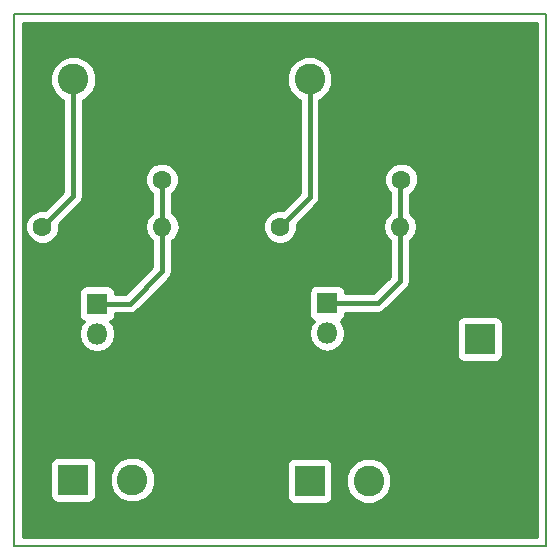
<source format=gbr>
G04 #@! TF.FileFunction,Copper,L2,Bot,Signal*
%FSLAX46Y46*%
G04 Gerber Fmt 4.6, Leading zero omitted, Abs format (unit mm)*
G04 Created by KiCad (PCBNEW 4.0.7) date 05/14/18 22:33:48*
%MOMM*%
%LPD*%
G01*
G04 APERTURE LIST*
%ADD10C,0.100000*%
%ADD11C,0.150000*%
%ADD12R,1.800000X1.800000*%
%ADD13O,1.800000X1.800000*%
%ADD14R,2.600000X2.600000*%
%ADD15C,2.600000*%
%ADD16C,1.600000*%
%ADD17O,1.600000X1.600000*%
%ADD18C,0.400000*%
%ADD19C,0.250000*%
G04 APERTURE END LIST*
D10*
D11*
X125000000Y-75000000D02*
X125000000Y-30000000D01*
X170000000Y-75000000D02*
X125000000Y-75000000D01*
X170000000Y-30000000D02*
X170000000Y-75000000D01*
X125000000Y-30000000D02*
X170000000Y-30000000D01*
D12*
X132000000Y-54500000D03*
D13*
X132000000Y-57040000D03*
X132000000Y-59580000D03*
D14*
X135000000Y-35500000D03*
D15*
X130000000Y-35500000D03*
D14*
X130000000Y-69400000D03*
D15*
X135000000Y-69400000D03*
D14*
X155000000Y-35500000D03*
D15*
X150000000Y-35500000D03*
D14*
X150000000Y-69500000D03*
D15*
X155000000Y-69500000D03*
D14*
X164400000Y-57500000D03*
D15*
X164400000Y-52500000D03*
D12*
X151500000Y-54460000D03*
D13*
X151500000Y-57000000D03*
X151500000Y-59540000D03*
D16*
X127375000Y-48000000D03*
D17*
X137535000Y-48000000D03*
D16*
X137500000Y-44000000D03*
D17*
X127340000Y-44000000D03*
D16*
X147500000Y-48000000D03*
D17*
X157660000Y-48000000D03*
D16*
X157760000Y-44000000D03*
D17*
X147600000Y-44000000D03*
D18*
X130000000Y-35500000D02*
X130000000Y-45375000D01*
X130000000Y-45375000D02*
X127375000Y-48000000D01*
X147500000Y-48000000D02*
X150000000Y-45500000D01*
X150000000Y-45500000D02*
X150000000Y-35500000D01*
X137535000Y-51725000D02*
X134760000Y-54500000D01*
X134760000Y-54500000D02*
X132000000Y-54500000D01*
X137500000Y-44000000D02*
X137500000Y-47965000D01*
X137500000Y-47965000D02*
X137535000Y-48000000D01*
X137535000Y-48000000D02*
X137535000Y-51725000D01*
X157660000Y-48000000D02*
X157660000Y-44100000D01*
X157660000Y-44100000D02*
X157760000Y-44000000D01*
X157660000Y-52560000D02*
X157660000Y-48000000D01*
X157660000Y-52560000D02*
X155760000Y-54460000D01*
X155760000Y-54460000D02*
X151500000Y-54460000D01*
D19*
G36*
X169292000Y-74292000D02*
X125708000Y-74292000D01*
X125708000Y-68100000D01*
X128054599Y-68100000D01*
X128054599Y-70700000D01*
X128098737Y-70934576D01*
X128237372Y-71150019D01*
X128448903Y-71294553D01*
X128700000Y-71345401D01*
X131300000Y-71345401D01*
X131534576Y-71301263D01*
X131750019Y-71162628D01*
X131894553Y-70951097D01*
X131945401Y-70700000D01*
X131945401Y-69782811D01*
X133066665Y-69782811D01*
X133360327Y-70493526D01*
X133903614Y-71037762D01*
X134613816Y-71332664D01*
X135382811Y-71333335D01*
X136093526Y-71039673D01*
X136637762Y-70496386D01*
X136932664Y-69786184D01*
X136933335Y-69017189D01*
X136639673Y-68306474D01*
X136533385Y-68200000D01*
X148054599Y-68200000D01*
X148054599Y-70800000D01*
X148098737Y-71034576D01*
X148237372Y-71250019D01*
X148448903Y-71394553D01*
X148700000Y-71445401D01*
X151300000Y-71445401D01*
X151534576Y-71401263D01*
X151750019Y-71262628D01*
X151894553Y-71051097D01*
X151945401Y-70800000D01*
X151945401Y-69882811D01*
X153066665Y-69882811D01*
X153360327Y-70593526D01*
X153903614Y-71137762D01*
X154613816Y-71432664D01*
X155382811Y-71433335D01*
X156093526Y-71139673D01*
X156637762Y-70596386D01*
X156932664Y-69886184D01*
X156933335Y-69117189D01*
X156639673Y-68406474D01*
X156096386Y-67862238D01*
X155386184Y-67567336D01*
X154617189Y-67566665D01*
X153906474Y-67860327D01*
X153362238Y-68403614D01*
X153067336Y-69113816D01*
X153066665Y-69882811D01*
X151945401Y-69882811D01*
X151945401Y-68200000D01*
X151901263Y-67965424D01*
X151762628Y-67749981D01*
X151551097Y-67605447D01*
X151300000Y-67554599D01*
X148700000Y-67554599D01*
X148465424Y-67598737D01*
X148249981Y-67737372D01*
X148105447Y-67948903D01*
X148054599Y-68200000D01*
X136533385Y-68200000D01*
X136096386Y-67762238D01*
X135386184Y-67467336D01*
X134617189Y-67466665D01*
X133906474Y-67760327D01*
X133362238Y-68303614D01*
X133067336Y-69013816D01*
X133066665Y-69782811D01*
X131945401Y-69782811D01*
X131945401Y-68100000D01*
X131901263Y-67865424D01*
X131762628Y-67649981D01*
X131551097Y-67505447D01*
X131300000Y-67454599D01*
X128700000Y-67454599D01*
X128465424Y-67498737D01*
X128249981Y-67637372D01*
X128105447Y-67848903D01*
X128054599Y-68100000D01*
X125708000Y-68100000D01*
X125708000Y-53600000D01*
X130454599Y-53600000D01*
X130454599Y-55400000D01*
X130498737Y-55634576D01*
X130637372Y-55850019D01*
X130848903Y-55994553D01*
X130867645Y-55998348D01*
X130583693Y-56423313D01*
X130467000Y-57009967D01*
X130467000Y-57070033D01*
X130583693Y-57656687D01*
X130916005Y-58154028D01*
X131413346Y-58486340D01*
X132000000Y-58603033D01*
X132586654Y-58486340D01*
X133083995Y-58154028D01*
X133416307Y-57656687D01*
X133533000Y-57070033D01*
X133533000Y-57009967D01*
X133416307Y-56423313D01*
X133134333Y-56001309D01*
X133134576Y-56001263D01*
X133350019Y-55862628D01*
X133494553Y-55651097D01*
X133545401Y-55400000D01*
X133545401Y-55333000D01*
X134760000Y-55333000D01*
X135078776Y-55269592D01*
X135349020Y-55089020D01*
X136878040Y-53560000D01*
X149954599Y-53560000D01*
X149954599Y-55360000D01*
X149998737Y-55594576D01*
X150137372Y-55810019D01*
X150348903Y-55954553D01*
X150367645Y-55958348D01*
X150083693Y-56383313D01*
X149967000Y-56969967D01*
X149967000Y-57030033D01*
X150083693Y-57616687D01*
X150416005Y-58114028D01*
X150913346Y-58446340D01*
X151500000Y-58563033D01*
X152086654Y-58446340D01*
X152583995Y-58114028D01*
X152916307Y-57616687D01*
X153033000Y-57030033D01*
X153033000Y-56969967D01*
X152916307Y-56383313D01*
X152793822Y-56200000D01*
X162454599Y-56200000D01*
X162454599Y-58800000D01*
X162498737Y-59034576D01*
X162637372Y-59250019D01*
X162848903Y-59394553D01*
X163100000Y-59445401D01*
X165700000Y-59445401D01*
X165934576Y-59401263D01*
X166150019Y-59262628D01*
X166294553Y-59051097D01*
X166345401Y-58800000D01*
X166345401Y-56200000D01*
X166301263Y-55965424D01*
X166162628Y-55749981D01*
X165951097Y-55605447D01*
X165700000Y-55554599D01*
X163100000Y-55554599D01*
X162865424Y-55598737D01*
X162649981Y-55737372D01*
X162505447Y-55948903D01*
X162454599Y-56200000D01*
X152793822Y-56200000D01*
X152634333Y-55961309D01*
X152634576Y-55961263D01*
X152850019Y-55822628D01*
X152994553Y-55611097D01*
X153045401Y-55360000D01*
X153045401Y-55293000D01*
X155760000Y-55293000D01*
X156078776Y-55229592D01*
X156349020Y-55049020D01*
X158249020Y-53149020D01*
X158429592Y-52878776D01*
X158493000Y-52560000D01*
X158493000Y-49152504D01*
X158701358Y-49013284D01*
X159011993Y-48548385D01*
X159121074Y-48000000D01*
X159011993Y-47451615D01*
X158701358Y-46986716D01*
X158493000Y-46847496D01*
X158493000Y-45247639D01*
X158570669Y-45215547D01*
X158974130Y-44812789D01*
X159192751Y-44286292D01*
X159193248Y-43716209D01*
X158975547Y-43189331D01*
X158572789Y-42785870D01*
X158046292Y-42567249D01*
X157476209Y-42566752D01*
X156949331Y-42784453D01*
X156545870Y-43187211D01*
X156327249Y-43713708D01*
X156326752Y-44283791D01*
X156544453Y-44810669D01*
X156827000Y-45093709D01*
X156827000Y-46847496D01*
X156618642Y-46986716D01*
X156308007Y-47451615D01*
X156198926Y-48000000D01*
X156308007Y-48548385D01*
X156618642Y-49013284D01*
X156827000Y-49152504D01*
X156827000Y-52214960D01*
X155414960Y-53627000D01*
X153045401Y-53627000D01*
X153045401Y-53560000D01*
X153001263Y-53325424D01*
X152862628Y-53109981D01*
X152651097Y-52965447D01*
X152400000Y-52914599D01*
X150600000Y-52914599D01*
X150365424Y-52958737D01*
X150149981Y-53097372D01*
X150005447Y-53308903D01*
X149954599Y-53560000D01*
X136878040Y-53560000D01*
X138124020Y-52314020D01*
X138304592Y-52043776D01*
X138368000Y-51725000D01*
X138368000Y-49152504D01*
X138576358Y-49013284D01*
X138886993Y-48548385D01*
X138939624Y-48283791D01*
X146066752Y-48283791D01*
X146284453Y-48810669D01*
X146687211Y-49214130D01*
X147213708Y-49432751D01*
X147783791Y-49433248D01*
X148310669Y-49215547D01*
X148714130Y-48812789D01*
X148932751Y-48286292D01*
X148933223Y-47744817D01*
X150589020Y-46089020D01*
X150769592Y-45818776D01*
X150833000Y-45500000D01*
X150833000Y-37247320D01*
X151093526Y-37139673D01*
X151637762Y-36596386D01*
X151932664Y-35886184D01*
X151933335Y-35117189D01*
X151639673Y-34406474D01*
X151096386Y-33862238D01*
X150386184Y-33567336D01*
X149617189Y-33566665D01*
X148906474Y-33860327D01*
X148362238Y-34403614D01*
X148067336Y-35113816D01*
X148066665Y-35882811D01*
X148360327Y-36593526D01*
X148903614Y-37137762D01*
X149167000Y-37247130D01*
X149167000Y-45154960D01*
X147754739Y-46567221D01*
X147216209Y-46566752D01*
X146689331Y-46784453D01*
X146285870Y-47187211D01*
X146067249Y-47713708D01*
X146066752Y-48283791D01*
X138939624Y-48283791D01*
X138996074Y-48000000D01*
X138886993Y-47451615D01*
X138576358Y-46986716D01*
X138333000Y-46824110D01*
X138333000Y-45193255D01*
X138714130Y-44812789D01*
X138932751Y-44286292D01*
X138933248Y-43716209D01*
X138715547Y-43189331D01*
X138312789Y-42785870D01*
X137786292Y-42567249D01*
X137216209Y-42566752D01*
X136689331Y-42784453D01*
X136285870Y-43187211D01*
X136067249Y-43713708D01*
X136066752Y-44283791D01*
X136284453Y-44810669D01*
X136667000Y-45193884D01*
X136667000Y-46870882D01*
X136493642Y-46986716D01*
X136183007Y-47451615D01*
X136073926Y-48000000D01*
X136183007Y-48548385D01*
X136493642Y-49013284D01*
X136702000Y-49152504D01*
X136702000Y-51379960D01*
X134414960Y-53667000D01*
X133545401Y-53667000D01*
X133545401Y-53600000D01*
X133501263Y-53365424D01*
X133362628Y-53149981D01*
X133151097Y-53005447D01*
X132900000Y-52954599D01*
X131100000Y-52954599D01*
X130865424Y-52998737D01*
X130649981Y-53137372D01*
X130505447Y-53348903D01*
X130454599Y-53600000D01*
X125708000Y-53600000D01*
X125708000Y-48283791D01*
X125941752Y-48283791D01*
X126159453Y-48810669D01*
X126562211Y-49214130D01*
X127088708Y-49432751D01*
X127658791Y-49433248D01*
X128185669Y-49215547D01*
X128589130Y-48812789D01*
X128807751Y-48286292D01*
X128808223Y-47744817D01*
X130589020Y-45964020D01*
X130769592Y-45693775D01*
X130833000Y-45375000D01*
X130833000Y-37247320D01*
X131093526Y-37139673D01*
X131637762Y-36596386D01*
X131932664Y-35886184D01*
X131933335Y-35117189D01*
X131639673Y-34406474D01*
X131096386Y-33862238D01*
X130386184Y-33567336D01*
X129617189Y-33566665D01*
X128906474Y-33860327D01*
X128362238Y-34403614D01*
X128067336Y-35113816D01*
X128066665Y-35882811D01*
X128360327Y-36593526D01*
X128903614Y-37137762D01*
X129167000Y-37247130D01*
X129167000Y-45029960D01*
X127629739Y-46567221D01*
X127091209Y-46566752D01*
X126564331Y-46784453D01*
X126160870Y-47187211D01*
X125942249Y-47713708D01*
X125941752Y-48283791D01*
X125708000Y-48283791D01*
X125708000Y-30708000D01*
X169292000Y-30708000D01*
X169292000Y-74292000D01*
X169292000Y-74292000D01*
G37*
X169292000Y-74292000D02*
X125708000Y-74292000D01*
X125708000Y-68100000D01*
X128054599Y-68100000D01*
X128054599Y-70700000D01*
X128098737Y-70934576D01*
X128237372Y-71150019D01*
X128448903Y-71294553D01*
X128700000Y-71345401D01*
X131300000Y-71345401D01*
X131534576Y-71301263D01*
X131750019Y-71162628D01*
X131894553Y-70951097D01*
X131945401Y-70700000D01*
X131945401Y-69782811D01*
X133066665Y-69782811D01*
X133360327Y-70493526D01*
X133903614Y-71037762D01*
X134613816Y-71332664D01*
X135382811Y-71333335D01*
X136093526Y-71039673D01*
X136637762Y-70496386D01*
X136932664Y-69786184D01*
X136933335Y-69017189D01*
X136639673Y-68306474D01*
X136533385Y-68200000D01*
X148054599Y-68200000D01*
X148054599Y-70800000D01*
X148098737Y-71034576D01*
X148237372Y-71250019D01*
X148448903Y-71394553D01*
X148700000Y-71445401D01*
X151300000Y-71445401D01*
X151534576Y-71401263D01*
X151750019Y-71262628D01*
X151894553Y-71051097D01*
X151945401Y-70800000D01*
X151945401Y-69882811D01*
X153066665Y-69882811D01*
X153360327Y-70593526D01*
X153903614Y-71137762D01*
X154613816Y-71432664D01*
X155382811Y-71433335D01*
X156093526Y-71139673D01*
X156637762Y-70596386D01*
X156932664Y-69886184D01*
X156933335Y-69117189D01*
X156639673Y-68406474D01*
X156096386Y-67862238D01*
X155386184Y-67567336D01*
X154617189Y-67566665D01*
X153906474Y-67860327D01*
X153362238Y-68403614D01*
X153067336Y-69113816D01*
X153066665Y-69882811D01*
X151945401Y-69882811D01*
X151945401Y-68200000D01*
X151901263Y-67965424D01*
X151762628Y-67749981D01*
X151551097Y-67605447D01*
X151300000Y-67554599D01*
X148700000Y-67554599D01*
X148465424Y-67598737D01*
X148249981Y-67737372D01*
X148105447Y-67948903D01*
X148054599Y-68200000D01*
X136533385Y-68200000D01*
X136096386Y-67762238D01*
X135386184Y-67467336D01*
X134617189Y-67466665D01*
X133906474Y-67760327D01*
X133362238Y-68303614D01*
X133067336Y-69013816D01*
X133066665Y-69782811D01*
X131945401Y-69782811D01*
X131945401Y-68100000D01*
X131901263Y-67865424D01*
X131762628Y-67649981D01*
X131551097Y-67505447D01*
X131300000Y-67454599D01*
X128700000Y-67454599D01*
X128465424Y-67498737D01*
X128249981Y-67637372D01*
X128105447Y-67848903D01*
X128054599Y-68100000D01*
X125708000Y-68100000D01*
X125708000Y-53600000D01*
X130454599Y-53600000D01*
X130454599Y-55400000D01*
X130498737Y-55634576D01*
X130637372Y-55850019D01*
X130848903Y-55994553D01*
X130867645Y-55998348D01*
X130583693Y-56423313D01*
X130467000Y-57009967D01*
X130467000Y-57070033D01*
X130583693Y-57656687D01*
X130916005Y-58154028D01*
X131413346Y-58486340D01*
X132000000Y-58603033D01*
X132586654Y-58486340D01*
X133083995Y-58154028D01*
X133416307Y-57656687D01*
X133533000Y-57070033D01*
X133533000Y-57009967D01*
X133416307Y-56423313D01*
X133134333Y-56001309D01*
X133134576Y-56001263D01*
X133350019Y-55862628D01*
X133494553Y-55651097D01*
X133545401Y-55400000D01*
X133545401Y-55333000D01*
X134760000Y-55333000D01*
X135078776Y-55269592D01*
X135349020Y-55089020D01*
X136878040Y-53560000D01*
X149954599Y-53560000D01*
X149954599Y-55360000D01*
X149998737Y-55594576D01*
X150137372Y-55810019D01*
X150348903Y-55954553D01*
X150367645Y-55958348D01*
X150083693Y-56383313D01*
X149967000Y-56969967D01*
X149967000Y-57030033D01*
X150083693Y-57616687D01*
X150416005Y-58114028D01*
X150913346Y-58446340D01*
X151500000Y-58563033D01*
X152086654Y-58446340D01*
X152583995Y-58114028D01*
X152916307Y-57616687D01*
X153033000Y-57030033D01*
X153033000Y-56969967D01*
X152916307Y-56383313D01*
X152793822Y-56200000D01*
X162454599Y-56200000D01*
X162454599Y-58800000D01*
X162498737Y-59034576D01*
X162637372Y-59250019D01*
X162848903Y-59394553D01*
X163100000Y-59445401D01*
X165700000Y-59445401D01*
X165934576Y-59401263D01*
X166150019Y-59262628D01*
X166294553Y-59051097D01*
X166345401Y-58800000D01*
X166345401Y-56200000D01*
X166301263Y-55965424D01*
X166162628Y-55749981D01*
X165951097Y-55605447D01*
X165700000Y-55554599D01*
X163100000Y-55554599D01*
X162865424Y-55598737D01*
X162649981Y-55737372D01*
X162505447Y-55948903D01*
X162454599Y-56200000D01*
X152793822Y-56200000D01*
X152634333Y-55961309D01*
X152634576Y-55961263D01*
X152850019Y-55822628D01*
X152994553Y-55611097D01*
X153045401Y-55360000D01*
X153045401Y-55293000D01*
X155760000Y-55293000D01*
X156078776Y-55229592D01*
X156349020Y-55049020D01*
X158249020Y-53149020D01*
X158429592Y-52878776D01*
X158493000Y-52560000D01*
X158493000Y-49152504D01*
X158701358Y-49013284D01*
X159011993Y-48548385D01*
X159121074Y-48000000D01*
X159011993Y-47451615D01*
X158701358Y-46986716D01*
X158493000Y-46847496D01*
X158493000Y-45247639D01*
X158570669Y-45215547D01*
X158974130Y-44812789D01*
X159192751Y-44286292D01*
X159193248Y-43716209D01*
X158975547Y-43189331D01*
X158572789Y-42785870D01*
X158046292Y-42567249D01*
X157476209Y-42566752D01*
X156949331Y-42784453D01*
X156545870Y-43187211D01*
X156327249Y-43713708D01*
X156326752Y-44283791D01*
X156544453Y-44810669D01*
X156827000Y-45093709D01*
X156827000Y-46847496D01*
X156618642Y-46986716D01*
X156308007Y-47451615D01*
X156198926Y-48000000D01*
X156308007Y-48548385D01*
X156618642Y-49013284D01*
X156827000Y-49152504D01*
X156827000Y-52214960D01*
X155414960Y-53627000D01*
X153045401Y-53627000D01*
X153045401Y-53560000D01*
X153001263Y-53325424D01*
X152862628Y-53109981D01*
X152651097Y-52965447D01*
X152400000Y-52914599D01*
X150600000Y-52914599D01*
X150365424Y-52958737D01*
X150149981Y-53097372D01*
X150005447Y-53308903D01*
X149954599Y-53560000D01*
X136878040Y-53560000D01*
X138124020Y-52314020D01*
X138304592Y-52043776D01*
X138368000Y-51725000D01*
X138368000Y-49152504D01*
X138576358Y-49013284D01*
X138886993Y-48548385D01*
X138939624Y-48283791D01*
X146066752Y-48283791D01*
X146284453Y-48810669D01*
X146687211Y-49214130D01*
X147213708Y-49432751D01*
X147783791Y-49433248D01*
X148310669Y-49215547D01*
X148714130Y-48812789D01*
X148932751Y-48286292D01*
X148933223Y-47744817D01*
X150589020Y-46089020D01*
X150769592Y-45818776D01*
X150833000Y-45500000D01*
X150833000Y-37247320D01*
X151093526Y-37139673D01*
X151637762Y-36596386D01*
X151932664Y-35886184D01*
X151933335Y-35117189D01*
X151639673Y-34406474D01*
X151096386Y-33862238D01*
X150386184Y-33567336D01*
X149617189Y-33566665D01*
X148906474Y-33860327D01*
X148362238Y-34403614D01*
X148067336Y-35113816D01*
X148066665Y-35882811D01*
X148360327Y-36593526D01*
X148903614Y-37137762D01*
X149167000Y-37247130D01*
X149167000Y-45154960D01*
X147754739Y-46567221D01*
X147216209Y-46566752D01*
X146689331Y-46784453D01*
X146285870Y-47187211D01*
X146067249Y-47713708D01*
X146066752Y-48283791D01*
X138939624Y-48283791D01*
X138996074Y-48000000D01*
X138886993Y-47451615D01*
X138576358Y-46986716D01*
X138333000Y-46824110D01*
X138333000Y-45193255D01*
X138714130Y-44812789D01*
X138932751Y-44286292D01*
X138933248Y-43716209D01*
X138715547Y-43189331D01*
X138312789Y-42785870D01*
X137786292Y-42567249D01*
X137216209Y-42566752D01*
X136689331Y-42784453D01*
X136285870Y-43187211D01*
X136067249Y-43713708D01*
X136066752Y-44283791D01*
X136284453Y-44810669D01*
X136667000Y-45193884D01*
X136667000Y-46870882D01*
X136493642Y-46986716D01*
X136183007Y-47451615D01*
X136073926Y-48000000D01*
X136183007Y-48548385D01*
X136493642Y-49013284D01*
X136702000Y-49152504D01*
X136702000Y-51379960D01*
X134414960Y-53667000D01*
X133545401Y-53667000D01*
X133545401Y-53600000D01*
X133501263Y-53365424D01*
X133362628Y-53149981D01*
X133151097Y-53005447D01*
X132900000Y-52954599D01*
X131100000Y-52954599D01*
X130865424Y-52998737D01*
X130649981Y-53137372D01*
X130505447Y-53348903D01*
X130454599Y-53600000D01*
X125708000Y-53600000D01*
X125708000Y-48283791D01*
X125941752Y-48283791D01*
X126159453Y-48810669D01*
X126562211Y-49214130D01*
X127088708Y-49432751D01*
X127658791Y-49433248D01*
X128185669Y-49215547D01*
X128589130Y-48812789D01*
X128807751Y-48286292D01*
X128808223Y-47744817D01*
X130589020Y-45964020D01*
X130769592Y-45693775D01*
X130833000Y-45375000D01*
X130833000Y-37247320D01*
X131093526Y-37139673D01*
X131637762Y-36596386D01*
X131932664Y-35886184D01*
X131933335Y-35117189D01*
X131639673Y-34406474D01*
X131096386Y-33862238D01*
X130386184Y-33567336D01*
X129617189Y-33566665D01*
X128906474Y-33860327D01*
X128362238Y-34403614D01*
X128067336Y-35113816D01*
X128066665Y-35882811D01*
X128360327Y-36593526D01*
X128903614Y-37137762D01*
X129167000Y-37247130D01*
X129167000Y-45029960D01*
X127629739Y-46567221D01*
X127091209Y-46566752D01*
X126564331Y-46784453D01*
X126160870Y-47187211D01*
X125942249Y-47713708D01*
X125941752Y-48283791D01*
X125708000Y-48283791D01*
X125708000Y-30708000D01*
X169292000Y-30708000D01*
X169292000Y-74292000D01*
M02*

</source>
